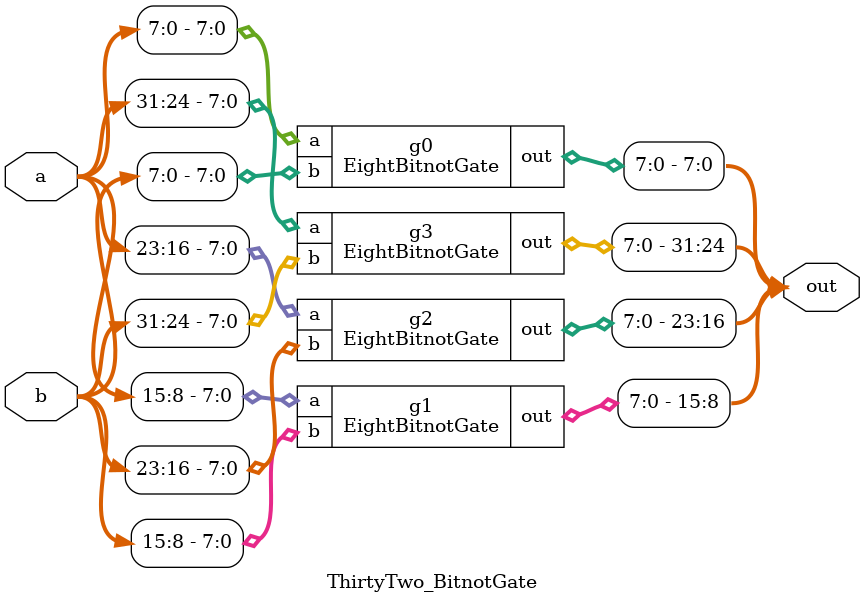
<source format=v>
`timescale 1ns / 1ps


//Not gate
module EightBitnotGate(out,a,b);
 //Input and output ports
 input[7:0]a,b;
 output[7:0]out;

 //Logic
 not g0(out[0],a[0]);
 not g1(out[1],a[1]);
 not g2(out[2],a[2]);
 not g3(out[3],a[3]);
 not g4(out[4],a[4]);
 not g5(out[5],a[5]);
 not g6(out[6],a[6]);
 not g7(out[7],a[7]);

endmodule



//Not gate
module ThirtyTwo_BitnotGate(out,a,b);
 //Input and output ports
 input[31:0]a,b;
 output[31:0]out;


 //Logic
 EightBitnotGate g0(out[7:0],a[7:0],b[7:0]);
 EightBitnotGate g1(out[15:8],a[15:8],b[15:8]);
 EightBitnotGate g2(out[23:16],a[23:16],b[23:16]);
 EightBitnotGate g3(out[31:24],a[31:24],b[31:24]);

endmodule

</source>
